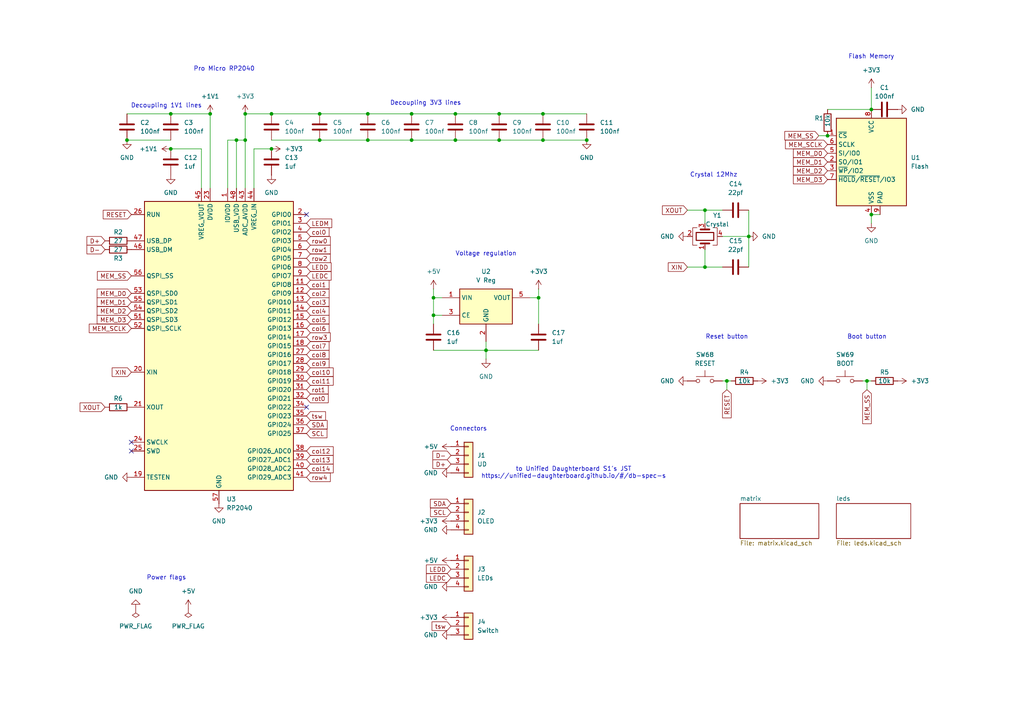
<source format=kicad_sch>
(kicad_sch (version 20250114) (generator "eeschema") (generator_version "9.0")
  (paper "A4")
  (title_block (title "aryess") (date "2025-01-20") (rev "2") (company "pioz"))
  (lib_symbols
    (symbol "Connector_Generic:Conn_01x03" (pin_names (offset 1.016) (hide yes))
      (property "Reference" "J" (at 0 5.08 0))
      (property "Value" "Conn_01x03" (at 0 -5.08 0))
      (symbol "Conn_01x03_1_1"
        (rectangle (start -1.27 3.81) (end 1.27 -3.81) (stroke (width 0.254)) (fill (type background)))
        (rectangle (start -1.27 2.667) (end 0 2.413) (stroke (width 0.1524)))
        (rectangle (start -1.27 0.127) (end 0 -0.127) (stroke (width 0.1524)))
        (rectangle (start -1.27 -2.413) (end 0 -2.667) (stroke (width 0.1524)))
        (pin passive line (at -5.08 2.54 0) (length 3.81) (name "Pin_1") (number "1"))
        (pin passive line (at -5.08 0 0) (length 3.81) (name "Pin_2") (number "2"))
        (pin passive line (at -5.08 -2.54 0) (length 3.81) (name "Pin_3") (number "3"))
      )
    )
    (symbol "Connector_Generic:Conn_01x04" (pin_names (offset 1.016) (hide yes))
      (property "Reference" "J" (at 0 5.08 0))
      (property "Value" "Conn_01x04" (at 0 -7.62 0))
      (symbol "Conn_01x04_1_1"
        (rectangle (start -1.27 3.81) (end 1.27 -6.35) (stroke (width 0.254)) (fill (type background)))
        (rectangle (start -1.27 2.667) (end 0 2.413) (stroke (width 0.1524)))
        (rectangle (start -1.27 0.127) (end 0 -0.127) (stroke (width 0.1524)))
        (rectangle (start -1.27 -2.413) (end 0 -2.667) (stroke (width 0.1524)))
        (rectangle (start -1.27 -4.953) (end 0 -5.207) (stroke (width 0.1524)))
        (pin passive line (at -5.08 2.54 0) (length 3.81) (name "Pin_1") (number "1"))
        (pin passive line (at -5.08 0 0) (length 3.81) (name "Pin_2") (number "2"))
        (pin passive line (at -5.08 -2.54 0) (length 3.81) (name "Pin_3") (number "3"))
        (pin passive line (at -5.08 -5.08 0) (length 3.81) (name "Pin_4") (number "4"))
      )
    )
    (symbol "Device:C" (pin_numbers (hide yes)) (pin_names (offset 0.254))
      (property "Reference" "C" (at 0.635 2.54 0))
      (property "Value" "C" (at 0.635 -2.54 0))
      (symbol "C_0_1"
        (polyline (pts (xy -2.032 0.762) (xy 2.032 0.762)) (stroke (width 0.508)))
        (polyline (pts (xy -2.032 -0.762) (xy 2.032 -0.762)) (stroke (width 0.508)))
      )
      (symbol "C_1_1"
        (pin passive line (at 0 3.81 270) (length 2.794) (name "~") (number "1"))
        (pin passive line (at 0 -3.81 90) (length 2.794) (name "~") (number "2"))
      )
    )
    (symbol "Device:Crystal_GND24" (pin_names (offset 1.016) (hide yes))
      (property "Reference" "Y" (at 3.175 5.08 0))
      (property "Value" "Crystal_GND24" (at 3.175 3.175 0))
      (symbol "Crystal_GND24_0_1"
        (polyline (pts (xy -2.54 2.286) (xy -2.54 3.556) (xy 2.54 3.556) (xy 2.54 2.286)))
        (polyline (pts (xy -2.54 0) (xy -2.032 0)))
        (polyline (pts (xy -2.54 -2.286) (xy -2.54 -3.556) (xy 2.54 -3.556) (xy 2.54 -2.286)))
        (polyline (pts (xy -2.032 -1.27) (xy -2.032 1.27)) (stroke (width 0.508)))
        (rectangle (start -1.143 2.54) (end 1.143 -2.54) (stroke (width 0.3048)))
        (polyline (pts (xy 0 3.556) (xy 0 3.81)))
        (polyline (pts (xy 0 -3.81) (xy 0 -3.556)))
        (polyline (pts (xy 2.032 0) (xy 2.54 0)))
        (polyline (pts (xy 2.032 -1.27) (xy 2.032 1.27)) (stroke (width 0.508)))
      )
      (symbol "Crystal_GND24_1_1"
        (pin passive line (at -3.81 0 0) (length 1.27) (name "1") (number "1"))
        (pin passive line (at 0 5.08 270) (length 1.27) (name "2") (number "2"))
        (pin passive line (at 0 -5.08 90) (length 1.27) (name "4") (number "4"))
        (pin passive line (at 3.81 0 180) (length 1.27) (name "3") (number "3"))
      )
    )
    (symbol "Device:R" (pin_numbers (hide yes)) (pin_names (offset 0))
      (property "Reference" "R" (at 2.032 0 90))
      (property "Value" "R" (at 0 0 90))
      (symbol "R_0_1"
        (rectangle (start -1.016 -2.54) (end 1.016 2.54) (stroke (width 0.254)))
      )
      (symbol "R_1_1"
        (pin passive line (at 0 3.81 270) (length 1.27) (name "~") (number "1"))
        (pin passive line (at 0 -3.81 90) (length 1.27) (name "~") (number "2"))
      )
    )
    (symbol "MCU_RaspberryPi:RP2040"
      (property "Reference" "U" (at 17.78 45.72 0))
      (property "Value" "RP2040" (at 17.78 43.18 0))
      (symbol "RP2040_0_1"
        (rectangle (start -21.59 41.91) (end 21.59 -41.91) (stroke (width 0.254)) (fill (type background)))
      )
      (symbol "RP2040_1_1"
        (pin input line (at -25.4 38.1 0) (length 3.81) (name "RUN") (number "26"))
        (pin bidirectional line (at -25.4 30.48 0) (length 3.81) (name "USB_DP") (number "47"))
        (pin bidirectional line (at -25.4 27.94 0) (length 3.81) (name "USB_DM") (number "46"))
        (pin bidirectional line (at -25.4 20.32 0) (length 3.81) (name "QSPI_SS") (number "56"))
        (pin bidirectional line (at -25.4 15.24 0) (length 3.81) (name "QSPI_SD0") (number "53"))
        (pin bidirectional line (at -25.4 12.7 0) (length 3.81) (name "QSPI_SD1") (number "55"))
        (pin bidirectional line (at -25.4 10.16 0) (length 3.81) (name "QSPI_SD2") (number "54"))
        (pin bidirectional line (at -25.4 7.62 0) (length 3.81) (name "QSPI_SD3") (number "51"))
        (pin output line (at -25.4 5.08 0) (length 3.81) (name "QSPI_SCLK") (number "52"))
        (pin input line (at -25.4 -7.62 0) (length 3.81) (name "XIN") (number "20"))
        (pin passive line (at -25.4 -17.78 0) (length 3.81) (name "XOUT") (number "21"))
        (pin input line (at -25.4 -27.94 0) (length 3.81) (name "SWCLK") (number "24"))
        (pin bidirectional line (at -25.4 -30.48 0) (length 3.81) (name "SWD") (number "25"))
        (pin input line (at -25.4 -38.1 0) (length 3.81) (name "TESTEN") (number "19"))
        (pin power_out line (at -5.08 45.72 270) (length 3.81) (name "VREG_VOUT") (number "45"))
        (pin power_in line (at -2.54 45.72 270) (length 3.81) (name "DVDD") (number "23"))
        (pin passive line (at -2.54 45.72 270) (length 3.81) (hide yes) (name "DVDD") (number "50"))
        (pin power_in line (at 0 -45.72 90) (length 3.81) (name "GND") (number "57"))
        (pin power_in line (at 2.54 45.72 270) (length 3.81) (name "IOVDD") (number "1"))
        (pin passive line (at 2.54 45.72 270) (length 3.81) (hide yes) (name "IOVDD") (number "10"))
        (pin passive line (at 2.54 45.72 270) (length 3.81) (hide yes) (name "IOVDD") (number "22"))
        (pin passive line (at 2.54 45.72 270) (length 3.81) (hide yes) (name "IOVDD") (number "33"))
        (pin passive line (at 2.54 45.72 270) (length 3.81) (hide yes) (name "IOVDD") (number "42"))
        (pin passive line (at 2.54 45.72 270) (length 3.81) (hide yes) (name "IOVDD") (number "49"))
        (pin power_in line (at 5.08 45.72 270) (length 3.81) (name "USB_VDD") (number "48"))
        (pin power_in line (at 7.62 45.72 270) (length 3.81) (name "ADC_AVDD") (number "43"))
        (pin power_in line (at 10.16 45.72 270) (length 3.81) (name "VREG_IN") (number "44"))
        (pin bidirectional line (at 25.4 38.1 180) (length 3.81) (name "GPIO0") (number "2"))
        (pin bidirectional line (at 25.4 35.56 180) (length 3.81) (name "GPIO1") (number "3"))
        (pin bidirectional line (at 25.4 33.02 180) (length 3.81) (name "GPIO2") (number "4"))
        (pin bidirectional line (at 25.4 30.48 180) (length 3.81) (name "GPIO3") (number "5"))
        (pin bidirectional line (at 25.4 27.94 180) (length 3.81) (name "GPIO4") (number "6"))
        (pin bidirectional line (at 25.4 25.4 180) (length 3.81) (name "GPIO5") (number "7"))
        (pin bidirectional line (at 25.4 22.86 180) (length 3.81) (name "GPIO6") (number "8"))
        (pin bidirectional line (at 25.4 20.32 180) (length 3.81) (name "GPIO7") (number "9"))
        (pin bidirectional line (at 25.4 17.78 180) (length 3.81) (name "GPIO8") (number "11"))
        (pin bidirectional line (at 25.4 15.24 180) (length 3.81) (name "GPIO9") (number "12"))
        (pin bidirectional line (at 25.4 12.7 180) (length 3.81) (name "GPIO10") (number "13"))
        (pin bidirectional line (at 25.4 10.16 180) (length 3.81) (name "GPIO11") (number "14"))
        (pin bidirectional line (at 25.4 7.62 180) (length 3.81) (name "GPIO12") (number "15"))
        (pin bidirectional line (at 25.4 5.08 180) (length 3.81) (name "GPIO13") (number "16"))
        (pin bidirectional line (at 25.4 2.54 180) (length 3.81) (name "GPIO14") (number "17"))
        (pin bidirectional line (at 25.4 0 180) (length 3.81) (name "GPIO15") (number "18"))
        (pin bidirectional line (at 25.4 -2.54 180) (length 3.81) (name "GPIO16") (number "27"))
        (pin bidirectional line (at 25.4 -5.08 180) (length 3.81) (name "GPIO17") (number "28"))
        (pin bidirectional line (at 25.4 -7.62 180) (length 3.81) (name "GPIO18") (number "29"))
        (pin bidirectional line (at 25.4 -10.16 180) (length 3.81) (name "GPIO19") (number "30"))
        (pin bidirectional line (at 25.4 -12.7 180) (length 3.81) (name "GPIO20") (number "31"))
        (pin bidirectional line (at 25.4 -15.24 180) (length 3.81) (name "GPIO21") (number "32"))
        (pin bidirectional line (at 25.4 -17.78 180) (length 3.81) (name "GPIO22") (number "34"))
        (pin bidirectional line (at 25.4 -20.32 180) (length 3.81) (name "GPIO23") (number "35"))
        (pin bidirectional line (at 25.4 -22.86 180) (length 3.81) (name "GPIO24") (number "36"))
        (pin bidirectional line (at 25.4 -25.4 180) (length 3.81) (name "GPIO25") (number "37"))
        (pin bidirectional line (at 25.4 -30.48 180) (length 3.81) (name "GPIO26_ADC0") (number "38"))
        (pin bidirectional line (at 25.4 -33.02 180) (length 3.81) (name "GPIO27_ADC1") (number "39"))
        (pin bidirectional line (at 25.4 -35.56 180) (length 3.81) (name "GPIO28_ADC2") (number "40"))
        (pin bidirectional line (at 25.4 -38.1 180) (length 3.81) (name "GPIO29_ADC3") (number "41"))
      )
    )
    (symbol "Memory_Flash:GD25QxxxEY"
      (property "Reference" "U" (at -9.398 13.97 0))
      (property "Value" "GD25QxxxEY" (at 7.112 13.97 0))
      (symbol "GD25QxxxEY_0_1"
        (rectangle (start -10.16 12.7) (end 10.16 -12.7) (stroke (width 0.254)) (fill (type background)))
      )
      (symbol "GD25QxxxEY_1_1"
        (pin input line (at -12.7 7.62 0) (length 2.54) (name "~{CS}") (number "1"))
        (pin input line (at -12.7 5.08 0) (length 2.54) (name "SCLK") (number "6"))
        (pin bidirectional line (at -12.7 2.54 0) (length 2.54) (name "SI/IO0") (number "5"))
        (pin bidirectional line (at -12.7 0 0) (length 2.54) (name "SO/IO1") (number "2"))
        (pin bidirectional line (at -12.7 -2.54 0) (length 2.54) (name "~{WP}/IO2") (number "3"))
        (pin bidirectional line (at -12.7 -5.08 0) (length 2.54) (name "~{HOLD}/~{RESET}/IO3") (number "7"))
        (pin power_in line (at 0 15.24 270) (length 2.54) (name "VCC") (number "8"))
        (pin power_in line (at 0 -15.24 90) (length 2.54) (name "VSS") (number "4"))
        (pin passive line (at 2.54 -15.24 90) (length 2.54) (name "PAD") (number "9"))
      )
    )
    (symbol "Regulator_Linear:XC6210B332MR"
      (property "Reference" "U" (at 0 8.89 0))
      (property "Value" "XC6210B332MR" (at 0 6.35 0))
      (symbol "XC6210B332MR_0_1"
        (rectangle (start -7.62 5.08) (end 7.62 -5.08) (stroke (width 0.254)) (fill (type background)))
      )
      (symbol "XC6210B332MR_1_1"
        (pin power_in line (at -12.7 2.54 0) (length 5.08) (name "VIN") (number "1"))
        (pin input line (at -12.7 -2.54 0) (length 5.08) (name "CE") (number "3"))
        (pin power_in line (at 0 -10.16 90) (length 5.08) (name "GND") (number "2"))
        (pin no_connect line (at 7.62 -2.54 180) (length 5.08) (hide yes) (name "NC") (number "4"))
        (pin power_out line (at 12.7 2.54 180) (length 5.08) (name "VOUT") (number "5"))
      )
    )
    (symbol "Switch:SW_Push" (pin_numbers (hide yes)) (pin_names (offset 1.016) (hide yes))
      (property "Reference" "SW" (at 1.27 2.54 0))
      (property "Value" "SW_Push" (at 0 -1.524 0))
      (symbol "SW_Push_0_1"
        (circle (center -2.032 0) (radius 0.508))
        (polyline (pts (xy 0 1.27) (xy 0 3.048)))
        (circle (center 2.032 0) (radius 0.508))
        (polyline (pts (xy 2.54 1.27) (xy -2.54 1.27)))
        (pin passive line (at -5.08 0 0) (length 2.54) (name "1") (number "1"))
        (pin passive line (at 5.08 0 180) (length 2.54) (name "2") (number "2"))
      )
    )
    (symbol "power:+1V1" (power) (pin_numbers (hide yes)) (pin_names (offset 0) (hide yes))
      (property "Value" "+1V1" (at 0 3.556 0))
      (symbol "+1V1_0_1"
        (polyline (pts (xy -0.762 1.27) (xy 0 2.54)))
        (polyline (pts (xy 0 2.54) (xy 0.762 1.27)))
        (polyline (pts (xy 0 0) (xy 0 2.54)))
      )
      (symbol "+1V1_1_1"
        (pin power_in line (at 0 0 90) (length 0) (name "~") (number "1"))
      )
    )
    (symbol "power:+3V3" (power) (pin_numbers (hide yes)) (pin_names (offset 0) (hide yes))
      (property "Value" "+3V3" (at 0 3.556 0))
      (symbol "+3V3_0_1"
        (polyline (pts (xy -0.762 1.27) (xy 0 2.54)))
        (polyline (pts (xy 0 2.54) (xy 0.762 1.27)))
        (polyline (pts (xy 0 0) (xy 0 2.54)))
      )
      (symbol "+3V3_1_1"
        (pin power_in line (at 0 0 90) (length 0) (name "~") (number "1"))
      )
    )
    (symbol "power:+5V" (power) (pin_numbers (hide yes)) (pin_names (offset 0) (hide yes))
      (property "Value" "+5V" (at 0 3.556 0))
      (symbol "+5V_0_1"
        (polyline (pts (xy -0.762 1.27) (xy 0 2.54)))
        (polyline (pts (xy 0 2.54) (xy 0.762 1.27)))
        (polyline (pts (xy 0 0) (xy 0 2.54)))
      )
      (symbol "+5V_1_1"
        (pin power_in line (at 0 0 90) (length 0) (name "~") (number "1"))
      )
    )
    (symbol "power:GND" (power) (pin_numbers (hide yes)) (pin_names (offset 0) (hide yes))
      (property "Value" "GND" (at 0 -3.81 0))
      (symbol "GND_0_1"
        (polyline (pts (xy 0 0) (xy 0 -1.27) (xy 1.27 -1.27) (xy 0 -2.54) (xy -1.27 -1.27) (xy 0 -1.27)))
      )
      (symbol "GND_1_1"
        (pin power_in line (at 0 0 270) (length 0) (name "~") (number "1"))
      )
    )
    (symbol "power:PWR_FLAG" (power) (pin_numbers (hide yes)) (pin_names (offset 0) (hide yes))
      (property "Value" "PWR_FLAG" (at 0 3.81 0))
      (symbol "PWR_FLAG_0_0"
        (pin power_out line (at 0 0 90) (length 0) (name "~") (number "1"))
      )
      (symbol "PWR_FLAG_0_1"
        (polyline (pts (xy 0 0) (xy 0 1.27) (xy -1.016 1.905) (xy 0 2.54) (xy 1.016 1.905) (xy 0 1.27)))
      )
    )
  )
  (text "Decoupling 1V1 lines" (at 48.26 30.734 0) (effects (font (size 1.27 1.27))))
  (text "Pro Micro RP2040" (at 65.024 20.066 0) (effects (font (size 1.27 1.27))))
  (text "Boot button" (at 251.46 97.79 0) (effects (font (size 1.27 1.27))))
  (text "Reset button" (at 210.82 97.79 0) (effects (font (size 1.27 1.27))))
  (text "Crystal 12Mhz" (at 207.01 50.8 0) (effects (font (size 1.27 1.27))))
  (text "Power flags" (at 48.26 167.64 0) (effects (font (size 1.27 1.27))))
  (text "Voltage regulation" (at 140.97 73.66 0) (effects (font (size 1.27 1.27))))
  (text "to Unified Daughterboard S1's JST\nhttps://unified-daughterboard.github.io/#/db-spec-s" (at 166.37 137.16 0) (effects (font (size 1.27 1.27))))
  (text "Connectors" (at 135.89 124.46 0) (effects (font (size 1.27 1.27))))
  (text "Flash Memory" (at 252.73 16.51 0) (effects (font (size 1.27 1.27))))
  (text "Decoupling 3V3 lines" (at 123.444 29.972 0) (effects (font (size 1.27 1.27))))
  (junction (at 252.73 31.75))
  (junction (at 106.68 40.64))
  (junction (at 157.48 40.64))
  (junction (at 92.71 40.64))
  (junction (at 132.08 40.64))
  (junction (at 156.21 86.36))
  (junction (at 217.17 68.58))
  (junction (at 170.18 40.64))
  (junction (at 78.74 43.18))
  (junction (at 144.78 33.02))
  (junction (at 106.68 33.02))
  (junction (at 252.73 62.23))
  (junction (at 157.48 33.02))
  (junction (at 144.78 40.64))
  (junction (at 60.96 33.02))
  (junction (at 68.58 40.64))
  (junction (at 71.12 40.64))
  (junction (at 204.47 60.96))
  (junction (at 119.38 40.64))
  (junction (at 119.38 33.02))
  (junction (at 140.97 101.6))
  (junction (at 210.82 110.49))
  (junction (at 49.53 43.18))
  (junction (at 78.74 33.02))
  (junction (at 92.71 33.02))
  (junction (at 204.47 77.47))
  (junction (at 36.83 40.64))
  (junction (at 125.73 86.36))
  (junction (at 71.12 33.02))
  (junction (at 240.03 39.37))
  (junction (at 125.73 91.44))
  (junction (at 132.08 33.02))
  (junction (at 49.53 33.02))
  (junction (at 251.46 110.49))
  (no_connect (at 38.1 130.81))
  (no_connect (at 88.9 118.11))
  (no_connect (at 88.9 62.23))
  (no_connect (at 38.1 128.27))
  (wire (pts (xy 119.38 33.02) (xy 106.68 33.02)))
  (wire (pts (xy 217.17 60.96) (xy 217.17 68.58)))
  (wire (pts (xy 125.73 86.36) (xy 125.73 91.44)))
  (wire (pts (xy 153.67 86.36) (xy 156.21 86.36)))
  (wire (pts (xy 106.68 33.02) (xy 92.71 33.02)))
  (wire (pts (xy 204.47 60.96) (xy 209.55 60.96)))
  (wire (pts (xy 36.83 33.02) (xy 49.53 33.02)))
  (wire (pts (xy 204.47 64.77) (xy 204.47 60.96)))
  (wire (pts (xy 144.78 40.64) (xy 157.48 40.64)))
  (wire (pts (xy 49.53 43.18) (xy 58.42 43.18)))
  (wire (pts (xy 66.04 54.61) (xy 66.04 40.64)))
  (wire (pts (xy 92.71 33.02) (xy 78.74 33.02)))
  (wire (pts (xy 140.97 101.6) (xy 156.21 101.6)))
  (wire (pts (xy 125.73 101.6) (xy 140.97 101.6)))
  (wire (pts (xy 71.12 33.02) (xy 71.12 40.64)))
  (wire (pts (xy 170.18 33.02) (xy 157.48 33.02)))
  (wire (pts (xy 78.74 33.02) (xy 71.12 33.02)))
  (wire (pts (xy 132.08 33.02) (xy 119.38 33.02)))
  (wire (pts (xy 68.58 54.61) (xy 68.58 40.64)))
  (wire (pts (xy 125.73 86.36) (xy 128.27 86.36)))
  (wire (pts (xy 60.96 33.02) (xy 60.96 54.61)))
  (wire (pts (xy 156.21 86.36) (xy 156.21 93.98)))
  (wire (pts (xy 125.73 91.44) (xy 125.73 93.98)))
  (wire (pts (xy 250.19 110.49) (xy 251.46 110.49)))
  (wire (pts (xy 199.39 77.47) (xy 204.47 77.47)))
  (wire (pts (xy 217.17 68.58) (xy 217.17 77.47)))
  (wire (pts (xy 252.73 25.4) (xy 252.73 31.75)))
  (wire (pts (xy 119.38 40.64) (xy 132.08 40.64)))
  (wire (pts (xy 157.48 40.64) (xy 170.18 40.64)))
  (wire (pts (xy 252.73 62.23) (xy 252.73 64.77)))
  (wire (pts (xy 73.66 43.18) (xy 78.74 43.18)))
  (wire (pts (xy 204.47 77.47) (xy 209.55 77.47)))
  (wire (pts (xy 125.73 91.44) (xy 128.27 91.44)))
  (wire (pts (xy 68.58 40.64) (xy 71.12 40.64)))
  (wire (pts (xy 251.46 110.49) (xy 251.46 113.03)))
  (wire (pts (xy 92.71 40.64) (xy 106.68 40.64)))
  (wire (pts (xy 252.73 62.23) (xy 255.27 62.23)))
  (wire (pts (xy 125.73 83.82) (xy 125.73 86.36)))
  (wire (pts (xy 144.78 33.02) (xy 132.08 33.02)))
  (wire (pts (xy 210.82 110.49) (xy 210.82 113.03)))
  (wire (pts (xy 157.48 33.02) (xy 144.78 33.02)))
  (wire (pts (xy 237.49 39.37) (xy 240.03 39.37)))
  (wire (pts (xy 58.42 43.18) (xy 58.42 54.61)))
  (wire (pts (xy 132.08 40.64) (xy 144.78 40.64)))
  (wire (pts (xy 210.82 110.49) (xy 212.09 110.49)))
  (wire (pts (xy 140.97 101.6) (xy 140.97 104.14)))
  (wire (pts (xy 156.21 83.82) (xy 156.21 86.36)))
  (wire (pts (xy 66.04 40.64) (xy 68.58 40.64)))
  (wire (pts (xy 49.53 40.64) (xy 36.83 40.64)))
  (wire (pts (xy 209.55 68.58) (xy 217.17 68.58)))
  (wire (pts (xy 49.53 33.02) (xy 60.96 33.02)))
  (wire (pts (xy 240.03 31.75) (xy 252.73 31.75)))
  (wire (pts (xy 106.68 40.64) (xy 119.38 40.64)))
  (wire (pts (xy 78.74 40.64) (xy 92.71 40.64)))
  (wire (pts (xy 73.66 54.61) (xy 73.66 43.18)))
  (wire (pts (xy 209.55 110.49) (xy 210.82 110.49)))
  (wire (pts (xy 71.12 54.61) (xy 71.12 40.64)))
  (wire (pts (xy 251.46 110.49) (xy 252.73 110.49)))
  (wire (pts (xy 140.97 99.06) (xy 140.97 101.6)))
  (wire (pts (xy 199.39 60.96) (xy 204.47 60.96)))
  (wire (pts (xy 204.47 72.39) (xy 204.47 77.47)))
  (global_label "SCL" (shape input) (at 88.9 125.73 0) (property "Intersheetrefs" "${INTERSHEET_REFS}" (effects (hide yes))))
  (global_label "SCL" (shape input) (at 130.81 148.59 180) (property "Intersheetrefs" "${INTERSHEET_REFS}" (effects (hide yes))))
  (global_label "MEM_SCLK" (shape input) (at 240.03 41.91 180) (property "Intersheetrefs" "${INTERSHEET_REFS}" (effects (hide yes))))
  (global_label "col10" (shape input) (at 88.9 107.95 0) (property "Intersheetrefs" "${INTERSHEET_REFS}" (effects (hide yes))))
  (global_label "col0" (shape input) (at 88.9 67.31 0) (property "Intersheetrefs" "${INTERSHEET_REFS}" (effects (hide yes))))
  (global_label "row4" (shape input) (at 88.9 138.43 0) (property "Intersheetrefs" "${INTERSHEET_REFS}" (effects (hide yes))))
  (global_label "XIN" (shape input) (at 38.1 107.95 180) (property "Intersheetrefs" "${INTERSHEET_REFS}" (effects (hide yes))))
  (global_label "MEM_SCLK" (shape input) (at 38.1 95.25 180) (property "Intersheetrefs" "${INTERSHEET_REFS}" (effects (hide yes))))
  (global_label "tsw" (shape input) (at 88.9 120.65 0) (property "Intersheetrefs" "${INTERSHEET_REFS}" (effects (hide yes))))
  (global_label "MEM_D0" (shape input) (at 38.1 85.09 180) (property "Intersheetrefs" "${INTERSHEET_REFS}" (effects (hide yes))))
  (global_label "row2" (shape input) (at 88.9 74.93 0) (property "Intersheetrefs" "${INTERSHEET_REFS}" (effects (hide yes))))
  (global_label "col7" (shape input) (at 88.9 100.33 0) (property "Intersheetrefs" "${INTERSHEET_REFS}" (effects (hide yes))))
  (global_label "XOUT" (shape input) (at 199.39 60.96 180) (property "Intersheetrefs" "${INTERSHEET_REFS}" (effects (hide yes))))
  (global_label "MEM_SS" (shape input) (at 251.46 113.03 270) (property "Intersheetrefs" "${INTERSHEET_REFS}" (effects (hide yes))))
  (global_label "tsw" (shape input) (at 130.81 181.61 180) (property "Intersheetrefs" "${INTERSHEET_REFS}" (effects (hide yes))))
  (global_label "MEM_D3" (shape input) (at 38.1 92.71 180) (property "Intersheetrefs" "${INTERSHEET_REFS}" (effects (hide yes))))
  (global_label "XIN" (shape input) (at 199.39 77.47 180) (property "Intersheetrefs" "${INTERSHEET_REFS}" (effects (hide yes))))
  (global_label "col4" (shape input) (at 88.9 90.17 0) (property "Intersheetrefs" "${INTERSHEET_REFS}" (effects (hide yes))))
  (global_label "col8" (shape input) (at 88.9 102.87 0) (property "Intersheetrefs" "${INTERSHEET_REFS}" (effects (hide yes))))
  (global_label "col5" (shape input) (at 88.9 92.71 0) (property "Intersheetrefs" "${INTERSHEET_REFS}" (effects (hide yes))))
  (global_label "col11" (shape input) (at 88.9 110.49 0) (property "Intersheetrefs" "${INTERSHEET_REFS}" (effects (hide yes))))
  (global_label "D+" (shape input) (at 30.48 69.85 180) (property "Intersheetrefs" "${INTERSHEET_REFS}" (effects (hide yes))))
  (global_label "D-" (shape input) (at 30.48 72.39 180) (property "Intersheetrefs" "${INTERSHEET_REFS}" (effects (hide yes))))
  (global_label "SDA" (shape input) (at 130.81 146.05 180) (property "Intersheetrefs" "${INTERSHEET_REFS}" (effects (hide yes))))
  (global_label "D+" (shape input) (at 130.81 134.62 180) (property "Intersheetrefs" "${INTERSHEET_REFS}" (effects (hide yes))))
  (global_label "col12" (shape input) (at 88.9 130.81 0) (property "Intersheetrefs" "${INTERSHEET_REFS}" (effects (hide yes))))
  (global_label "row3" (shape input) (at 88.9 97.79 0) (property "Intersheetrefs" "${INTERSHEET_REFS}" (effects (hide yes))))
  (global_label "MEM_D2" (shape input) (at 240.03 49.53 180) (property "Intersheetrefs" "${INTERSHEET_REFS}" (effects (hide yes))))
  (global_label "RESET" (shape input) (at 210.82 113.03 270) (property "Intersheetrefs" "${INTERSHEET_REFS}" (effects (hide yes))))
  (global_label "col1" (shape input) (at 88.9 82.55 0) (property "Intersheetrefs" "${INTERSHEET_REFS}" (effects (hide yes))))
  (global_label "MEM_D2" (shape input) (at 38.1 90.17 180) (property "Intersheetrefs" "${INTERSHEET_REFS}" (effects (hide yes))))
  (global_label "row0" (shape input) (at 88.9 69.85 0) (property "Intersheetrefs" "${INTERSHEET_REFS}" (effects (hide yes))))
  (global_label "col6" (shape input) (at 88.9 95.25 0) (property "Intersheetrefs" "${INTERSHEET_REFS}" (effects (hide yes))))
  (global_label "LEDC" (shape input) (at 130.81 167.64 180) (property "Intersheetrefs" "${INTERSHEET_REFS}" (effects (hide yes))))
  (global_label "rot0" (shape input) (at 88.9 115.57 0) (property "Intersheetrefs" "${INTERSHEET_REFS}" (effects (hide yes))))
  (global_label "col13" (shape input) (at 88.9 133.35 0) (property "Intersheetrefs" "${INTERSHEET_REFS}" (effects (hide yes))))
  (global_label "col14" (shape input) (at 88.9 135.89 0) (property "Intersheetrefs" "${INTERSHEET_REFS}" (effects (hide yes))))
  (global_label "MEM_D0" (shape input) (at 240.03 44.45 180) (property "Intersheetrefs" "${INTERSHEET_REFS}" (effects (hide yes))))
  (global_label "MEM_D1" (shape input) (at 38.1 87.63 180) (property "Intersheetrefs" "${INTERSHEET_REFS}" (effects (hide yes))))
  (global_label "RESET" (shape input) (at 38.1 62.23 180) (property "Intersheetrefs" "${INTERSHEET_REFS}" (effects (hide yes))))
  (global_label "LEDM" (shape input) (at 88.9 64.77 0) (property "Intersheetrefs" "${INTERSHEET_REFS}" (effects (hide yes))))
  (global_label "MEM_D1" (shape input) (at 240.03 46.99 180) (property "Intersheetrefs" "${INTERSHEET_REFS}" (effects (hide yes))))
  (global_label "SDA" (shape input) (at 88.9 123.19 0) (property "Intersheetrefs" "${INTERSHEET_REFS}" (effects (hide yes))))
  (global_label "LEDD" (shape input) (at 130.81 165.1 180) (property "Intersheetrefs" "${INTERSHEET_REFS}" (effects (hide yes))))
  (global_label "rot1" (shape input) (at 88.9 113.03 0) (property "Intersheetrefs" "${INTERSHEET_REFS}" (effects (hide yes))))
  (global_label "col3" (shape input) (at 88.9 87.63 0) (property "Intersheetrefs" "${INTERSHEET_REFS}" (effects (hide yes))))
  (global_label "col2" (shape input) (at 88.9 85.09 0) (property "Intersheetrefs" "${INTERSHEET_REFS}" (effects (hide yes))))
  (global_label "MEM_SS" (shape input) (at 237.49 39.37 180) (property "Intersheetrefs" "${INTERSHEET_REFS}" (effects (hide yes))))
  (global_label "MEM_D3" (shape input) (at 240.03 52.07 180) (property "Intersheetrefs" "${INTERSHEET_REFS}" (effects (hide yes))))
  (global_label "col9" (shape input) (at 88.9 105.41 0) (property "Intersheetrefs" "${INTERSHEET_REFS}" (effects (hide yes))))
  (global_label "LEDD" (shape input) (at 88.9 77.47 0) (property "Intersheetrefs" "${INTERSHEET_REFS}" (effects (hide yes))))
  (global_label "XOUT" (shape input) (at 30.48 118.11 180) (property "Intersheetrefs" "${INTERSHEET_REFS}" (effects (hide yes))))
  (global_label "LEDC" (shape input) (at 88.9 80.01 0) (property "Intersheetrefs" "${INTERSHEET_REFS}" (effects (hide yes))))
  (global_label "D-" (shape input) (at 130.81 132.08 180) (property "Intersheetrefs" "${INTERSHEET_REFS}" (effects (hide yes))))
  (global_label "row1" (shape input) (at 88.9 72.39 0) (property "Intersheetrefs" "${INTERSHEET_REFS}" (effects (hide yes))))
  (global_label "MEM_SS" (shape input) (at 38.1 80.01 180) (property "Intersheetrefs" "${INTERSHEET_REFS}" (effects (hide yes))))
  (symbol (lib_id "Device:R") (at 34.29 69.85 90) (unit 1)
    (property "Reference" "R2" (at 34.29 67.31 90))
    (property "Value" "27" (at 34.29 69.85 90))
    (property "Footprint" "Resistor_SMD:R_0805_2012Metric" (effects (hide yes)))
    (property "Description" "Resistor" (effects (hide yes)))
    (property "Part Number" "0805W8F270JT5E" (effects (hide yes)))
    (property "JLCPCB Part" "C17594" (effects (hide yes)))
  )
  (symbol (lib_id "power:GND") (at 130.81 137.16 270) (unit 1)
    (property "Reference" "#PWR023" (effects (hide yes)))
    (property "Value" "GND" (at 127 137.1599 90) (effects (justify right)))
    (property "Description" "Power symbol creates a global label with name \"GND\" , ground" (effects (hide yes)))
  )
  (symbol (lib_id "Device:C") (at 106.68 36.83 180) (unit 1)
    (property "Reference" "C6" (at 110.49 35.5599 0) (effects (justify right)))
    (property "Value" "100nf" (at 110.49 38.0999 0) (effects (justify right)))
    (property "Footprint" "Capacitor_SMD:C_0805_2012Metric" (effects (hide yes)))
    (property "Description" "Unpolarized capacitor" (effects (hide yes)))
    (property "Part Number" "CL21B104KCFNNNE" (effects (hide yes)))
    (property "JLCPCB Part" "C28233" (effects (hide yes)))
  )
  (symbol (lib_id "power:+3V3") (at 130.81 151.13 90) (unit 1)
    (property "Reference" "#PWR026" (effects (hide yes)))
    (property "Value" "+3V3" (at 127 151.1299 90) (effects (justify left)))
    (property "Description" "Power symbol creates a global label with name \"+3V3\"" (effects (hide yes)))
  )
  (symbol (lib_id "Device:C") (at 132.08 36.83 180) (unit 1)
    (property "Reference" "C8" (at 135.89 35.5599 0) (effects (justify right)))
    (property "Value" "100nf" (at 135.89 38.0999 0) (effects (justify right)))
    (property "Footprint" "Capacitor_SMD:C_0805_2012Metric" (effects (hide yes)))
    (property "Description" "Unpolarized capacitor" (effects (hide yes)))
    (property "Part Number" "CL21B104KCFNNNE" (effects (hide yes)))
    (property "JLCPCB Part" "C28233" (effects (hide yes)))
  )
  (symbol (lib_id "power:GND") (at 130.81 153.67 270) (unit 1)
    (property "Reference" "#PWR027" (effects (hide yes)))
    (property "Value" "GND" (at 127 153.6699 90) (effects (justify right)))
    (property "Description" "Power symbol creates a global label with name \"GND\" , ground" (effects (hide yes)))
  )
  (symbol (lib_id "power:+3V3") (at 130.81 179.07 90) (unit 1)
    (property "Reference" "#PWR033" (effects (hide yes)))
    (property "Value" "+3V3" (at 127 179.0699 90) (effects (justify left)))
    (property "Description" "Power symbol creates a global label with name \"+3V3\"" (effects (hide yes)))
  )
  (symbol (lib_id "Connector_Generic:Conn_01x04") (at 135.89 165.1 0) (unit 1)
    (property "Reference" "J3" (at 138.43 165.0999 0) (effects (justify left)))
    (property "Value" "LEDs" (at 138.43 167.6399 0) (effects (justify left)))
    (property "Footprint" "Connector_JST:JST_SH_SM04B-SRSS-TB_1x04-1MP_P1.00mm_Horizontal" (effects (hide yes)))
    (property "Description" "Generic connector, single row, 01x04, script generated (kicad-library-utils/schlib/autogen/connector/)" (effects (hide yes)))
    (property "Part Number" "SM04B-SRSS-TB(LF)(SN)" (effects (hide yes)))
    (property "JLCPCB Part" "C160404" (effects (hide yes)))
  )
  (symbol (lib_id "MCU_RaspberryPi:RP2040") (at 63.5 100.33 0) (unit 1)
    (property "Reference" "U3" (at 65.6941 144.78 0) (effects (justify left)))
    (property "Value" "RP2040" (at 65.6941 147.32 0) (effects (justify left)))
    (property "Footprint" "Package_DFN_QFN:QFN-56-1EP_7x7mm_P0.4mm_EP3.2x3.2mm" (effects (hide yes)))
    (property "Datasheet" "https://datasheets.raspberrypi.com/rp2040/rp2040-datasheet.pdf" (effects (hide yes)))
    (property "Description" "A microcontroller by Raspberry Pi" (effects (hide yes)))
    (property "Part Number" "RP2040" (effects (hide yes)))
    (property "JLCPCB Part" "C2040" (effects (hide yes)))
  )
  (symbol (lib_id "power:+1V1") (at 60.96 33.02 0) (unit 1)
    (property "Reference" "#PWR03" (effects (hide yes)))
    (property "Value" "+1V1" (at 60.96 27.94 0))
    (property "Description" "Power symbol creates a global label with name \"+1V1\"" (effects (hide yes)))
  )
  (symbol (lib_id "Device:C") (at 78.74 46.99 180) (unit 1)
    (property "Reference" "C13" (at 82.55 45.7199 0) (effects (justify right)))
    (property "Value" "1uf" (at 82.55 48.2599 0) (effects (justify right)))
    (property "Footprint" "Capacitor_SMD:C_0805_2012Metric" (effects (hide yes)))
    (property "Description" "Unpolarized capacitor" (effects (hide yes)))
    (property "Part Number" "CL21B105KBFNNNE" (effects (hide yes)))
    (property "JLCPCB Part" "C28323" (effects (hide yes)))
  )
  (symbol (lib_id "power:+3V3") (at 252.73 25.4 0) (unit 1)
    (property "Reference" "#PWR01" (effects (hide yes)))
    (property "Value" "+3V3" (at 252.73 20.32 0))
    (property "Description" "Power symbol creates a global label with name \"+3V3\"" (effects (hide yes)))
  )
  (symbol (lib_id "Device:C") (at 49.53 36.83 180) (unit 1)
    (property "Reference" "C3" (at 53.34 35.5599 0) (effects (justify right)))
    (property "Value" "100nf" (at 53.34 38.0999 0) (effects (justify right)))
    (property "Footprint" "Capacitor_SMD:C_0805_2012Metric" (effects (hide yes)))
    (property "Description" "Unpolarized capacitor" (effects (hide yes)))
    (property "Part Number" "CL21B104KCFNNNE" (effects (hide yes)))
    (property "JLCPCB Part" "C28233" (effects (hide yes)))
  )
  (symbol (lib_id "Device:R") (at 240.03 35.56 0) (unit 1)
    (property "Reference" "R1" (at 236.22 34.29 0) (effects (justify left)))
    (property "Value" "10k" (at 240.03 36.83 90) (effects (justify left)))
    (property "Footprint" "Resistor_SMD:R_0805_2012Metric" (effects (hide yes)))
    (property "Description" "Resistor" (effects (hide yes)))
    (property "Part Number" "0805W8F1002T5E" (effects (hide yes)))
    (property "JLCPCB Part" "C17414" (effects (hide yes)))
  )
  (symbol (lib_id "Connector_Generic:Conn_01x04") (at 135.89 148.59 0) (unit 1)
    (property "Reference" "J2" (at 138.43 148.5899 0) (effects (justify left)))
    (property "Value" "OLED" (at 138.43 151.1299 0) (effects (justify left)))
    (property "Footprint" "Connector_JST:JST_SH_SM04B-SRSS-TB_1x04-1MP_P1.00mm_Horizontal" (effects (hide yes)))
    (property "Description" "Generic connector, single row, 01x04, script generated (kicad-library-utils/schlib/autogen/connector/)" (effects (hide yes)))
    (property "Part Number" "SM04B-SRSS-TB(LF)(SN)" (effects (hide yes)))
    (property "JLCPCB Part" "C160404" (effects (hide yes)))
  )
  (symbol (lib_id "Device:C") (at 92.71 36.83 180) (unit 1)
    (property "Reference" "C5" (at 96.52 35.5599 0) (effects (justify right)))
    (property "Value" "100nf" (at 96.52 38.0999 0) (effects (justify right)))
    (property "Footprint" "Capacitor_SMD:C_0805_2012Metric" (effects (hide yes)))
    (property "Description" "Unpolarized capacitor" (effects (hide yes)))
    (property "Part Number" "CL21B104KCFNNNE" (effects (hide yes)))
    (property "JLCPCB Part" "C28233" (effects (hide yes)))
  )
  (symbol (lib_id "Device:C") (at 49.53 46.99 180) (unit 1)
    (property "Reference" "C12" (at 53.34 45.7199 0) (effects (justify right)))
    (property "Value" "1uf" (at 53.34 48.2599 0) (effects (justify right)))
    (property "Footprint" "Capacitor_SMD:C_0805_2012Metric" (effects (hide yes)))
    (property "Description" "Unpolarized capacitor" (effects (hide yes)))
    (property "Part Number" "CL21B105KBFNNNE" (effects (hide yes)))
    (property "JLCPCB Part" "C28323" (effects (hide yes)))
  )
  (symbol (lib_id "power:GND") (at 140.97 104.14 0) (unit 1)
    (property "Reference" "#PWR017" (effects (hide yes)))
    (property "Value" "GND" (at 140.97 109.22 0))
    (property "Description" "Power symbol creates a global label with name \"GND\" , ground" (effects (hide yes)))
  )
  (symbol (lib_id "Device:R") (at 256.54 110.49 90) (unit 1)
    (property "Reference" "R5" (at 256.54 107.95 90))
    (property "Value" "10k" (at 256.54 110.49 90))
    (property "Footprint" "Resistor_SMD:R_0805_2012Metric" (effects (hide yes)))
    (property "Description" "Resistor" (effects (hide yes)))
    (property "Part Number" "0805W8F1002T5E" (effects (hide yes)))
    (property "JLCPCB Part" "C17414" (effects (hide yes)))
  )
  (symbol (lib_id "power:GND") (at 170.18 40.64 0) (unit 1)
    (property "Reference" "#PWR06" (effects (hide yes)))
    (property "Value" "GND" (at 170.18 45.72 0))
    (property "Description" "Power symbol creates a global label with name \"GND\" , ground" (effects (hide yes)))
  )
  (symbol (lib_id "power:GND") (at 217.17 68.58 90) (unit 1)
    (property "Reference" "#PWR014" (effects (hide yes)))
    (property "Value" "GND" (at 220.98 68.5799 90) (effects (justify right)))
    (property "Description" "Power symbol creates a global label with name \"GND\" , ground" (effects (hide yes)))
  )
  (symbol (lib_id "power:+5V") (at 125.73 83.82 0) (unit 1)
    (property "Reference" "#PWR015" (effects (hide yes)))
    (property "Value" "+5V" (at 125.73 78.74 0))
    (property "Description" "Power symbol creates a global label with name \"+5V\"" (effects (hide yes)))
  )
  (symbol (lib_id "power:+5V") (at 130.81 162.56 90) (unit 1)
    (property "Reference" "#PWR029" (effects (hide yes)))
    (property "Value" "+5V" (at 127 162.5599 90) (effects (justify left)))
    (property "Description" "Power symbol creates a global label with name \"+5V\"" (effects (hide yes)))
  )
  (symbol (lib_id "power:GND") (at 260.35 31.75 90) (unit 1)
    (property "Reference" "#PWR02" (effects (hide yes)))
    (property "Value" "GND" (at 264.143 31.7499 90) (effects (justify right)))
    (property "Description" "Power symbol creates a global label with name \"GND\" , ground" (effects (hide yes)))
  )
  (symbol (lib_id "Switch:SW_Push") (at 204.47 110.49 0) (unit 1)
    (property "Reference" "SW68" (at 204.47 102.87 0))
    (property "Value" "RESET" (at 204.47 105.41 0))
    (property "Footprint" "Button_Switch_SMD:SW_SPST_TL3342" (effects (hide yes)))
    (property "Description" "Push button switch, generic, two pins" (effects (hide yes)))
    (property "Part Number" "TL3342F450QG" (effects (hide yes)))
    (property "JLCPCB Part" "C2886898" (effects (hide yes)))
  )
  (symbol (lib_id "power:PWR_FLAG") (at 54.61 176.53 180) (unit 1)
    (property "Reference" "#FLG02" (effects (hide yes)))
    (property "Value" "PWR_FLAG" (at 54.61 181.61 0))
    (property "Description" "Special symbol for telling ERC where power comes from" (effects (hide yes)))
  )
  (symbol (lib_id "power:GND") (at 240.03 110.49 270) (unit 1)
    (property "Reference" "#PWR020" (effects (hide yes)))
    (property "Value" "GND" (at 236.22 110.4899 90) (effects (justify right)))
    (property "Description" "Power symbol creates a global label with name \"GND\" , ground" (effects (hide yes)))
  )
  (symbol (lib_id "power:GND") (at 38.1 138.43 270) (unit 1)
    (property "Reference" "#PWR024" (effects (hide yes)))
    (property "Value" "GND" (at 34.29 138.4299 90) (effects (justify right)))
    (property "Description" "Power symbol creates a global label with name \"GND\" , ground" (effects (hide yes)))
  )
  (symbol (lib_id "Device:C") (at 170.18 36.83 180) (unit 1)
    (property "Reference" "C11" (at 173.99 35.5599 0) (effects (justify right)))
    (property "Value" "100nf" (at 173.99 38.0999 0) (effects (justify right)))
    (property "Footprint" "Capacitor_SMD:C_0805_2012Metric" (effects (hide yes)))
    (property "Description" "Unpolarized capacitor" (effects (hide yes)))
    (property "Part Number" "CL21B104KCFNNNE" (effects (hide yes)))
    (property "JLCPCB Part" "C28233" (effects (hide yes)))
  )
  (symbol (lib_id "power:+3V3") (at 260.35 110.49 270) (unit 1)
    (property "Reference" "#PWR021" (effects (hide yes)))
    (property "Value" "+3V3" (at 264.16 110.4899 90) (effects (justify left)))
    (property "Description" "Power symbol creates a global label with name \"+3V3\"" (effects (hide yes)))
  )
  (symbol (lib_id "power:GND") (at 199.39 110.49 270) (unit 1)
    (property "Reference" "#PWR018" (effects (hide yes)))
    (property "Value" "GND" (at 195.58 110.4899 90) (effects (justify right)))
    (property "Description" "Power symbol creates a global label with name \"GND\" , ground" (effects (hide yes)))
  )
  (symbol (lib_id "power:GND") (at 63.5 146.05 0) (unit 1)
    (property "Reference" "#PWR025" (effects (hide yes)))
    (property "Value" "GND" (at 63.5 151.13 0))
    (property "Description" "Power symbol creates a global label with name \"GND\" , ground" (effects (hide yes)))
  )
  (symbol (lib_id "Device:Crystal_GND24") (at 204.47 68.58 90) (unit 1)
    (property "Reference" "Y1" (at 208.026 62.484 90))
    (property "Value" "Crystal" (at 208.026 65.024 90))
    (property "Footprint" "Crystal:Crystal_SMD_3225-4Pin_3.2x2.5mm" (effects (hide yes)))
    (property "Datasheet" "https://www.mouser.it/datasheet/2/122/ECX_33AQ-3532759.pdf" (effects (hide yes)))
    (property "Description" "Four pin crystal 12Mhz, GND on pins 2 and 4 ECX-33AQ" (effects (hide yes)))
    (property "Part Number" "DSX321G 12MHz" (effects (hide yes)))
    (property "JLCPCB Part" "C93234" (effects (hide yes)))
  )
  (symbol (lib_id "power:GND") (at 130.81 184.15 270) (unit 1)
    (property "Reference" "#PWR032" (effects (hide yes)))
    (property "Value" "GND" (at 127 184.1499 90) (effects (justify right)))
    (property "Description" "Power symbol creates a global label with name \"GND\" , ground" (effects (hide yes)))
  )
  (symbol (lib_id "Device:C") (at 213.36 77.47 90) (unit 1)
    (property "Reference" "C15" (at 213.36 69.85 90))
    (property "Value" "22pf" (at 213.36 72.39 90))
    (property "Footprint" "Capacitor_SMD:C_0805_2012Metric" (effects (hide yes)))
    (property "Description" "Unpolarized capacitor" (effects (hide yes)))
    (property "Part Number" "CL21C220JBANNNC" (effects (hide yes)))
    (property "JLCPCB Part" "C1804" (effects (hide yes)))
  )
  (symbol (lib_id "Device:R") (at 215.9 110.49 90) (unit 1)
    (property "Reference" "R4" (at 215.9 107.95 90))
    (property "Value" "10k" (at 215.9 110.49 90))
    (property "Footprint" "Resistor_SMD:R_0805_2012Metric" (effects (hide yes)))
    (property "Description" "Resistor" (effects (hide yes)))
    (property "Part Number" "0805W8F1002T5E" (effects (hide yes)))
    (property "JLCPCB Part" "C17414" (effects (hide yes)))
  )
  (symbol (lib_id "power:GND") (at 252.73 64.77 0) (unit 1)
    (property "Reference" "#PWR011" (effects (hide yes)))
    (property "Value" "GND" (at 252.73 69.85 0))
    (property "Description" "Power symbol creates a global label with name \"GND\" , ground" (effects (hide yes)))
  )
  (symbol (lib_id "power:GND") (at 49.53 50.8 0) (unit 1)
    (property "Reference" "#PWR09" (effects (hide yes)))
    (property "Value" "GND" (at 49.53 55.88 0))
    (property "Description" "Power symbol creates a global label with name \"GND\" , ground" (effects (hide yes)))
  )
  (symbol (lib_id "Device:C") (at 36.83 36.83 180) (unit 1)
    (property "Reference" "C2" (at 40.64 35.5599 0) (effects (justify right)))
    (property "Value" "100nf" (at 40.64 38.0999 0) (effects (justify right)))
    (property "Footprint" "Capacitor_SMD:C_0805_2012Metric" (effects (hide yes)))
    (property "Description" "Unpolarized capacitor" (effects (hide yes)))
    (property "Part Number" "CL21B104KCFNNNE" (effects (hide yes)))
    (property "JLCPCB Part" "C28233" (effects (hide yes)))
  )
  (symbol (lib_id "Device:C") (at 119.38 36.83 180) (unit 1)
    (property "Reference" "C7" (at 123.19 35.5599 0) (effects (justify right)))
    (property "Value" "100nf" (at 123.19 38.0999 0) (effects (justify right)))
    (property "Footprint" "Capacitor_SMD:C_0805_2012Metric" (effects (hide yes)))
    (property "Description" "Unpolarized capacitor" (effects (hide yes)))
    (property "Part Number" "CL21B104KCFNNNE" (effects (hide yes)))
    (property "JLCPCB Part" "C28233" (effects (hide yes)))
  )
  (symbol (lib_id "power:+3V3") (at 219.71 110.49 270) (unit 1)
    (property "Reference" "#PWR019" (effects (hide yes)))
    (property "Value" "+3V3" (at 223.52 110.4899 90) (effects (justify left)))
    (property "Description" "Power symbol creates a global label with name \"+3V3\"" (effects (hide yes)))
  )
  (symbol (lib_id "Device:C") (at 125.73 97.79 0) (unit 1)
    (property "Reference" "C16" (at 129.54 96.5199 0) (effects (justify left)))
    (property "Value" "1uf" (at 129.54 99.0599 0) (effects (justify left)))
    (property "Footprint" "Capacitor_SMD:C_0805_2012Metric" (effects (hide yes)))
    (property "Description" "Unpolarized capacitor" (effects (hide yes)))
    (property "Part Number" "CL21B105KBFNNNE" (effects (hide yes)))
    (property "JLCPCB Part" "C28323" (effects (hide yes)))
  )
  (symbol (lib_id "power:GND") (at 36.83 40.64 0) (unit 1)
    (property "Reference" "#PWR05" (effects (hide yes)))
    (property "Value" "GND" (at 36.83 45.72 0))
    (property "Description" "Power symbol creates a global label with name \"GND\" , ground" (effects (hide yes)))
  )
  (symbol (lib_id "Device:R") (at 34.29 118.11 90) (unit 1)
    (property "Reference" "R6" (at 34.29 115.57 90))
    (property "Value" "1k" (at 34.29 118.11 90))
    (property "Footprint" "Resistor_SMD:R_0805_2012Metric" (effects (hide yes)))
    (property "Description" "Resistor" (effects (hide yes)))
    (property "Part Number" "0805W8F1001T5E" (effects (hide yes)))
    (property "JLCPCB Part" "C17513" (effects (hide yes)))
  )
  (symbol (lib_id "Device:R") (at 34.29 72.39 90) (unit 1)
    (property "Reference" "R3" (at 34.29 74.93 90))
    (property "Value" "27" (at 34.29 72.39 90))
    (property "Footprint" "Resistor_SMD:R_0805_2012Metric" (effects (hide yes)))
    (property "Description" "Resistor" (effects (hide yes)))
    (property "Part Number" "0805W8F270JT5E" (effects (hide yes)))
    (property "JLCPCB Part" "C17594" (effects (hide yes)))
  )
  (symbol (lib_id "Device:C") (at 144.78 36.83 180) (unit 1)
    (property "Reference" "C9" (at 148.59 35.5599 0) (effects (justify right)))
    (property "Value" "100nf" (at 148.59 38.0999 0) (effects (justify right)))
    (property "Footprint" "Capacitor_SMD:C_0805_2012Metric" (effects (hide yes)))
    (property "Description" "Unpolarized capacitor" (effects (hide yes)))
    (property "Part Number" "CL21B104KCFNNNE" (effects (hide yes)))
    (property "JLCPCB Part" "C28233" (effects (hide yes)))
  )
  (symbol (lib_id "Device:C") (at 157.48 36.83 180) (unit 1)
    (property "Reference" "C10" (at 161.29 35.5599 0) (effects (justify right)))
    (property "Value" "100nf" (at 161.29 38.0999 0) (effects (justify right)))
    (property "Footprint" "Capacitor_SMD:C_0805_2012Metric" (effects (hide yes)))
    (property "Description" "Unpolarized capacitor" (effects (hide yes)))
    (property "Part Number" "CL21B104KCFNNNE" (effects (hide yes)))
    (property "JLCPCB Part" "C28233" (effects (hide yes)))
  )
  (symbol (lib_id "power:+3V3") (at 71.12 33.02 0) (unit 1)
    (property "Reference" "#PWR04" (effects (hide yes)))
    (property "Value" "+3V3" (at 71.12 27.94 0))
    (property "Description" "Power symbol creates a global label with name \"+3V3\"" (effects (hide yes)))
  )
  (symbol (lib_id "power:GND") (at 39.37 176.53 180) (unit 1)
    (property "Reference" "#PWR030" (effects (hide yes)))
    (property "Value" "GND" (at 39.37 171.45 0))
    (property "Description" "Power symbol creates a global label with name \"GND\" , ground" (effects (hide yes)))
  )
  (symbol (lib_id "power:GND") (at 130.81 170.18 270) (unit 1)
    (property "Reference" "#PWR028" (effects (hide yes)))
    (property "Value" "GND" (at 127 170.1799 90) (effects (justify right)))
    (property "Description" "Power symbol creates a global label with name \"GND\" , ground" (effects (hide yes)))
  )
  (symbol (lib_id "Device:C") (at 256.54 31.75 270) (unit 1)
    (property "Reference" "C1" (at 256.54 25.4 90))
    (property "Value" "100nf" (at 256.54 27.94 90))
    (property "Footprint" "Capacitor_SMD:C_0805_2012Metric" (effects (hide yes)))
    (property "Description" "Unpolarized capacitor" (effects (hide yes)))
    (property "Part Number" "CL21B104KCFNNNE" (effects (hide yes)))
    (property "JLCPCB Part" "C28233" (effects (hide yes)))
  )
  (symbol (lib_id "Device:C") (at 213.36 60.96 90) (unit 1)
    (property "Reference" "C14" (at 213.36 53.34 90))
    (property "Value" "22pf" (at 213.36 55.88 90))
    (property "Footprint" "Capacitor_SMD:C_0805_2012Metric" (effects (hide yes)))
    (property "Description" "Unpolarized capacitor" (effects (hide yes)))
    (property "Part Number" "CL21C220JBANNNC" (effects (hide yes)))
    (property "JLCPCB Part" "C1804" (effects (hide yes)))
  )
  (symbol (lib_id "Connector_Generic:Conn_01x04") (at 135.89 132.08 0) (unit 1)
    (property "Reference" "J1" (at 138.43 132.0799 0) (effects (justify left)))
    (property "Value" "UD" (at 138.43 134.6199 0) (effects (justify left)))
    (property "Footprint" "Connector_JST:JST_SH_SM04B-SRSS-TB_1x04-1MP_P1.00mm_Horizontal" (effects (hide yes)))
    (property "Description" "Generic connector, single row, 01x04, script generated (kicad-library-utils/schlib/autogen/connector/)" (effects (hide yes)))
    (property "Part Number" "SM04B-SRSS-TB(LF)(SN)" (effects (hide yes)))
    (property "JLCPCB Part" "C160404" (effects (hide yes)))
  )
  (symbol (lib_id "Regulator_Linear:XC6210B332MR") (at 140.97 88.9 0) (unit 1)
    (property "Reference" "U2" (at 140.97 78.74 0))
    (property "Value" "V Reg" (at 140.97 81.28 0))
    (property "Footprint" "Package_TO_SOT_SMD:SOT-23-5" (effects (hide yes)))
    (property "Datasheet" "https://www.torexsemi.com/file/xc6210/XC6210.pdf" (effects (hide yes)))
    (property "Description" "700mA, Low Drop-out Voltage Regulator, Fixed Output 3.3V, SOT-23-5" (effects (hide yes)))
    (property "Part Number" "XC6210B332MR" (effects (hide yes)))
    (property "JLCPCB Part" "C3021084" (effects (hide yes)))
  )
  (symbol (lib_id "Device:C") (at 78.74 36.83 180) (unit 1)
    (property "Reference" "C4" (at 82.55 35.5599 0) (effects (justify right)))
    (property "Value" "100nf" (at 82.55 38.0999 0) (effects (justify right)))
    (property "Footprint" "Capacitor_SMD:C_0805_2012Metric" (effects (hide yes)))
    (property "Description" "Unpolarized capacitor" (effects (hide yes)))
    (property "Part Number" "CL21B104KCFNNNE" (effects (hide yes)))
    (property "JLCPCB Part" "C28233" (effects (hide yes)))
  )
  (symbol (lib_id "power:PWR_FLAG") (at 39.37 176.53 180) (unit 1)
    (property "Reference" "#FLG01" (effects (hide yes)))
    (property "Value" "PWR_FLAG" (at 39.37 181.61 0))
    (property "Description" "Special symbol for telling ERC where power comes from" (effects (hide yes)))
  )
  (symbol (lib_id "Connector_Generic:Conn_01x03") (at 135.89 181.61 0) (unit 1)
    (property "Reference" "J4" (at 138.43 180.3399 0) (effects (justify left)))
    (property "Value" "Switch" (at 138.43 182.8799 0) (effects (justify left)))
    (property "Footprint" "Connector_JST:JST_SH_SM03B-SRSS-TB_1x03-1MP_P1.00mm_Horizontal" (effects (hide yes)))
    (property "Description" "Generic connector, single row, 01x03, script generated (kicad-library-utils/schlib/autogen/connector/)" (effects (hide yes)))
    (property "Part Number" "SM03B-SRSS-TB(LF)(SN)" (effects (hide yes)))
    (property "JLCPCB Part" "C160403" (effects (hide yes)))
  )
  (symbol (lib_id "power:GND") (at 78.74 50.8 0) (unit 1)
    (property "Reference" "#PWR010" (effects (hide yes)))
    (property "Value" "GND" (at 78.74 55.88 0))
    (property "Description" "Power symbol creates a global label with name \"GND\" , ground" (effects (hide yes)))
  )
  (symbol (lib_id "Switch:SW_Push") (at 245.11 110.49 0) (unit 1)
    (property "Reference" "SW69" (at 245.11 102.87 0))
    (property "Value" "BOOT" (at 245.11 105.41 0))
    (property "Footprint" "Button_Switch_SMD:SW_SPST_TL3342" (effects (hide yes)))
    (property "Description" "Push button switch, generic, two pins" (effects (hide yes)))
    (property "Part Number" "TL3342F450QG" (effects (hide yes)))
    (property "JLCPCB Part" "C2886898" (effects (hide yes)))
  )
  (symbol (lib_id "Device:C") (at 156.21 97.79 0) (unit 1)
    (property "Reference" "C17" (at 160.02 96.5199 0) (effects (justify left)))
    (property "Value" "1uf" (at 160.02 99.0599 0) (effects (justify left)))
    (property "Footprint" "Capacitor_SMD:C_0805_2012Metric" (effects (hide yes)))
    (property "Description" "Unpolarized capacitor" (effects (hide yes)))
    (property "Part Number" "CL21B105KBFNNNE" (effects (hide yes)))
    (property "JLCPCB Part" "C28323" (effects (hide yes)))
  )
  (symbol (lib_id "power:+1V1") (at 49.53 43.18 90) (unit 1)
    (property "Reference" "#PWR07" (effects (hide yes)))
    (property "Value" "+1V1" (at 45.72 43.1799 90) (effects (justify left)))
    (property "Description" "Power symbol creates a global label with name \"+1V1\"" (effects (hide yes)))
  )
  (symbol (lib_id "power:GND") (at 199.39 68.58 270) (unit 1)
    (property "Reference" "#PWR013" (effects (hide yes)))
    (property "Value" "GND" (at 195.58 68.5799 90) (effects (justify right)))
    (property "Description" "Power symbol creates a global label with name \"GND\" , ground" (effects (hide yes)))
  )
  (symbol (lib_id "power:+5V") (at 130.81 129.54 90) (unit 1)
    (property "Reference" "#PWR022" (effects (hide yes)))
    (property "Value" "+5V" (at 127 129.5399 90) (effects (justify left)))
    (property "Description" "Power symbol creates a global label with name \"+5V\"" (effects (hide yes)))
  )
  (symbol (lib_id "Memory_Flash:GD25QxxxEY") (at 252.73 46.99 0) (unit 1)
    (property "Reference" "U1" (at 264.16 45.7199 0) (effects (justify left)))
    (property "Value" "Flash" (at 264.16 48.2599 0) (effects (justify left)))
    (property "Footprint" "Package_SON:WSON-8-1EP_8x6mm_P1.27mm_EP3.4x4.3mm" (effects (hide yes)))
    (property "Datasheet" "https://www.lcsc.com/datasheet/lcsc_datasheet_2201241400_GigaDevice-Semicon-Beijing-GD25Q256EYIGR_C2927043.pdf" (effects (hide yes)))
    (property "Description" "3.0V, Standard/Dual/Quad Serial Flash, WSON-8" (effects (hide yes)))
    (property "Part Number" "GD25Q256EYIGR" (effects (hide yes)))
    (property "JLCPCB Part" "C2927043" (effects (hide yes)))
  )
  (symbol (lib_id "power:+3V3") (at 78.74 43.18 270) (unit 1)
    (property "Reference" "#PWR08" (effects (hide yes)))
    (property "Value" "+3V3" (at 82.55 43.1799 90) (effects (justify left)))
    (property "Description" "Power symbol creates a global label with name \"+3V3\"" (effects (hide yes)))
  )
  (symbol (lib_id "power:+3V3") (at 156.21 83.82 0) (unit 1)
    (property "Reference" "#PWR016" (effects (hide yes)))
    (property "Value" "+3V3" (at 156.21 78.74 0))
    (property "Description" "Power symbol creates a global label with name \"+3V3\"" (effects (hide yes)))
  )
  (symbol (lib_id "power:+5V") (at 54.61 176.53 0) (unit 1)
    (property "Reference" "#PWR031" (effects (hide yes)))
    (property "Value" "+5V" (at 54.61 171.45 0))
    (property "Description" "Power symbol creates a global label with name \"+5V\"" (effects (hide yes)))
  )
  (sheet (at 242.57 146.05) (size 21.59 10.16) (stroke (width 0.1524))
    (property "Sheetname" "leds" (at 242.57 145.3384 0) (effects (justify left bottom)))
    (property "Sheetfile" "leds.kicad_sch" (at 242.57 156.7946 0) (effects (justify left top)))
  )
  (sheet (at 214.63 146.05) (size 22.86 10.16) (stroke (width 0.1524))
    (property "Sheetname" "matrix" (at 214.63 145.3384 0) (effects (justify left bottom)))
    (property "Sheetfile" "matrix.kicad_sch" (at 214.63 156.7946 0) (effects (justify left top)))
  )
)
</source>
